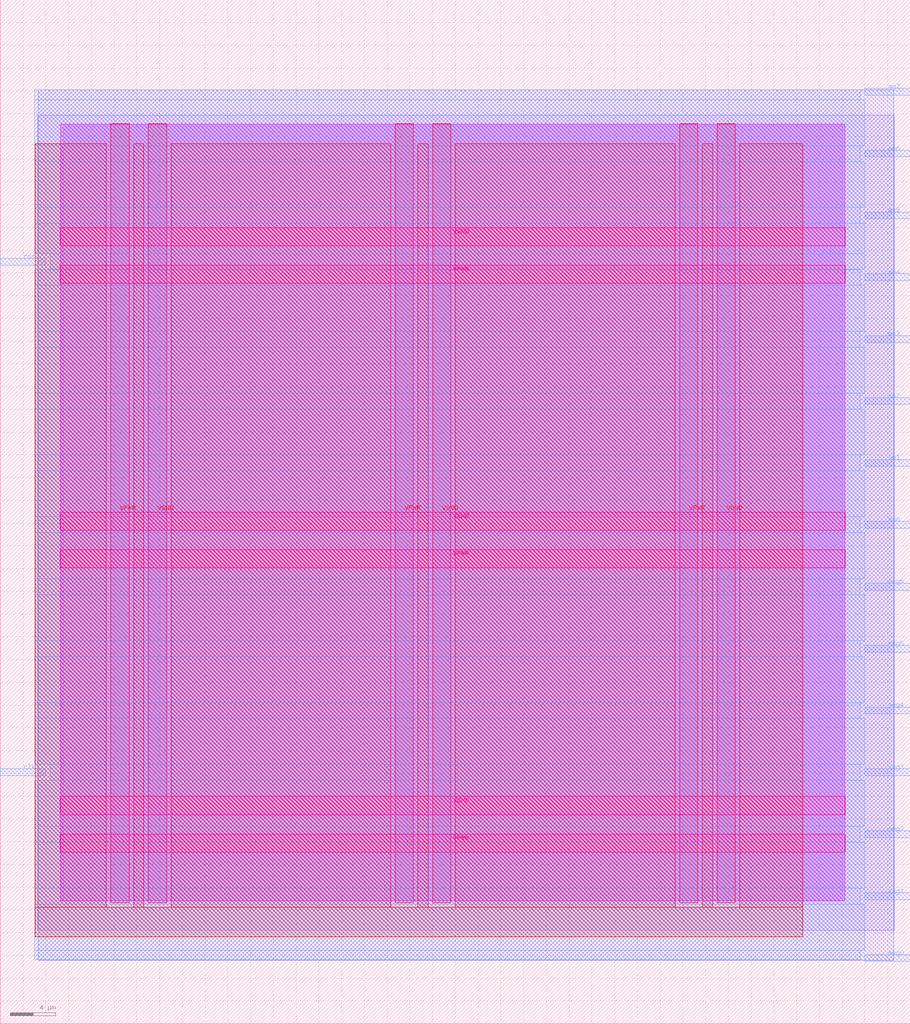
<source format=lef>
VERSION 5.7 ;
  NOWIREEXTENSIONATPIN ON ;
  DIVIDERCHAR "/" ;
  BUSBITCHARS "[]" ;
MACRO project3
  CLASS BLOCK ;
  FOREIGN project3 ;
  ORIGIN 0.000 0.000 ;
  SIZE 80.000 BY 90.000 ;
  PIN VGND
    DIRECTION INOUT ;
    USE GROUND ;
    PORT
      LAYER met4 ;
        RECT 13.020 10.640 14.620 79.120 ;
    END
    PORT
      LAYER met4 ;
        RECT 38.020 10.640 39.620 79.120 ;
    END
    PORT
      LAYER met4 ;
        RECT 63.020 10.640 64.620 79.120 ;
    END
    PORT
      LAYER met5 ;
        RECT 5.280 18.380 74.300 19.980 ;
    END
    PORT
      LAYER met5 ;
        RECT 5.280 43.380 74.300 44.980 ;
    END
    PORT
      LAYER met5 ;
        RECT 5.280 68.380 74.300 69.980 ;
    END
  END VGND
  PIN VPWR
    DIRECTION INOUT ;
    USE POWER ;
    PORT
      LAYER met4 ;
        RECT 9.720 10.640 11.320 79.120 ;
    END
    PORT
      LAYER met4 ;
        RECT 34.720 10.640 36.320 79.120 ;
    END
    PORT
      LAYER met4 ;
        RECT 59.720 10.640 61.320 79.120 ;
    END
    PORT
      LAYER met5 ;
        RECT 5.280 15.080 74.300 16.680 ;
    END
    PORT
      LAYER met5 ;
        RECT 5.280 40.080 74.300 41.680 ;
    END
    PORT
      LAYER met5 ;
        RECT 5.280 65.080 74.300 66.680 ;
    END
  END VPWR
  PIN an0
    DIRECTION OUTPUT ;
    USE SIGNAL ;
    PORT
      LAYER met3 ;
        RECT 76.000 43.560 80.000 44.160 ;
    END
  END an0
  PIN an1
    DIRECTION OUTPUT ;
    USE SIGNAL ;
    PORT
      LAYER met3 ;
        RECT 76.000 49.000 80.000 49.600 ;
    END
  END an1
  PIN an2
    DIRECTION OUTPUT ;
    USE SIGNAL ;
    PORT
      LAYER met3 ;
        RECT 76.000 54.440 80.000 55.040 ;
    END
  END an2
  PIN an3
    DIRECTION OUTPUT ;
    USE SIGNAL ;
    PORT
      LAYER met3 ;
        RECT 76.000 59.880 80.000 60.480 ;
    END
  END an3
  PIN an4
    DIRECTION OUTPUT ;
    USE SIGNAL ;
    PORT
      LAYER met3 ;
        RECT 76.000 65.320 80.000 65.920 ;
    END
  END an4
  PIN an5
    DIRECTION OUTPUT ;
    USE SIGNAL ;
    PORT
      LAYER met3 ;
        RECT 76.000 70.760 80.000 71.360 ;
    END
  END an5
  PIN an6
    DIRECTION OUTPUT ;
    USE SIGNAL ;
    PORT
      LAYER met3 ;
        RECT 76.000 76.200 80.000 76.800 ;
    END
  END an6
  PIN an7
    DIRECTION OUTPUT ;
    USE SIGNAL ;
    PORT
      LAYER met3 ;
        RECT 76.000 81.640 80.000 82.240 ;
    END
  END an7
  PIN clk
    DIRECTION INPUT ;
    USE SIGNAL ;
    ANTENNAGATEAREA 0.852000 ;
    PORT
      LAYER met3 ;
        RECT 0.000 21.800 4.000 22.400 ;
    END
  END clk
  PIN rst
    DIRECTION INPUT ;
    USE SIGNAL ;
    ANTENNAGATEAREA 0.159000 ;
    PORT
      LAYER met3 ;
        RECT 0.000 66.680 4.000 67.280 ;
    END
  END rst
  PIN seg0
    DIRECTION OUTPUT ;
    USE SIGNAL ;
    ANTENNADIFFAREA 0.340600 ;
    PORT
      LAYER met3 ;
        RECT 76.000 5.480 80.000 6.080 ;
    END
  END seg0
  PIN seg1
    DIRECTION OUTPUT ;
    USE SIGNAL ;
    ANTENNADIFFAREA 0.340600 ;
    PORT
      LAYER met3 ;
        RECT 76.000 10.920 80.000 11.520 ;
    END
  END seg1
  PIN seg2
    DIRECTION OUTPUT ;
    USE SIGNAL ;
    ANTENNADIFFAREA 0.340600 ;
    PORT
      LAYER met3 ;
        RECT 76.000 16.360 80.000 16.960 ;
    END
  END seg2
  PIN seg3
    DIRECTION OUTPUT ;
    USE SIGNAL ;
    ANTENNADIFFAREA 0.340600 ;
    PORT
      LAYER met3 ;
        RECT 76.000 21.800 80.000 22.400 ;
    END
  END seg3
  PIN seg4
    DIRECTION OUTPUT ;
    USE SIGNAL ;
    ANTENNADIFFAREA 0.340600 ;
    PORT
      LAYER met3 ;
        RECT 76.000 27.240 80.000 27.840 ;
    END
  END seg4
  PIN seg5
    DIRECTION OUTPUT ;
    USE SIGNAL ;
    ANTENNADIFFAREA 0.340600 ;
    PORT
      LAYER met3 ;
        RECT 76.000 32.680 80.000 33.280 ;
    END
  END seg5
  PIN seg6
    DIRECTION OUTPUT ;
    USE SIGNAL ;
    ANTENNADIFFAREA 0.340600 ;
    PORT
      LAYER met3 ;
        RECT 76.000 38.120 80.000 38.720 ;
    END
  END seg6
  OBS
      LAYER nwell ;
        RECT 5.330 10.795 74.250 79.070 ;
      LAYER li1 ;
        RECT 5.520 10.795 74.060 78.965 ;
      LAYER met1 ;
        RECT 3.290 8.200 78.590 79.860 ;
      LAYER met2 ;
        RECT 3.320 5.595 78.560 82.125 ;
      LAYER met3 ;
        RECT 3.030 81.240 75.600 82.105 ;
        RECT 3.030 77.200 76.000 81.240 ;
        RECT 3.030 75.800 75.600 77.200 ;
        RECT 3.030 71.760 76.000 75.800 ;
        RECT 3.030 70.360 75.600 71.760 ;
        RECT 3.030 67.680 76.000 70.360 ;
        RECT 4.400 66.320 76.000 67.680 ;
        RECT 4.400 66.280 75.600 66.320 ;
        RECT 3.030 64.920 75.600 66.280 ;
        RECT 3.030 60.880 76.000 64.920 ;
        RECT 3.030 59.480 75.600 60.880 ;
        RECT 3.030 55.440 76.000 59.480 ;
        RECT 3.030 54.040 75.600 55.440 ;
        RECT 3.030 50.000 76.000 54.040 ;
        RECT 3.030 48.600 75.600 50.000 ;
        RECT 3.030 44.560 76.000 48.600 ;
        RECT 3.030 43.160 75.600 44.560 ;
        RECT 3.030 39.120 76.000 43.160 ;
        RECT 3.030 37.720 75.600 39.120 ;
        RECT 3.030 33.680 76.000 37.720 ;
        RECT 3.030 32.280 75.600 33.680 ;
        RECT 3.030 28.240 76.000 32.280 ;
        RECT 3.030 26.840 75.600 28.240 ;
        RECT 3.030 22.800 76.000 26.840 ;
        RECT 4.400 21.400 75.600 22.800 ;
        RECT 3.030 17.360 76.000 21.400 ;
        RECT 3.030 15.960 75.600 17.360 ;
        RECT 3.030 11.920 76.000 15.960 ;
        RECT 3.030 10.520 75.600 11.920 ;
        RECT 3.030 6.480 76.000 10.520 ;
        RECT 3.030 5.615 75.600 6.480 ;
      LAYER met4 ;
        RECT 3.055 10.240 9.320 77.345 ;
        RECT 11.720 10.240 12.620 77.345 ;
        RECT 15.020 10.240 34.320 77.345 ;
        RECT 36.720 10.240 37.620 77.345 ;
        RECT 40.020 10.240 59.320 77.345 ;
        RECT 61.720 10.240 62.620 77.345 ;
        RECT 65.020 10.240 70.545 77.345 ;
        RECT 3.055 7.655 70.545 10.240 ;
  END
END project3
END LIBRARY


</source>
